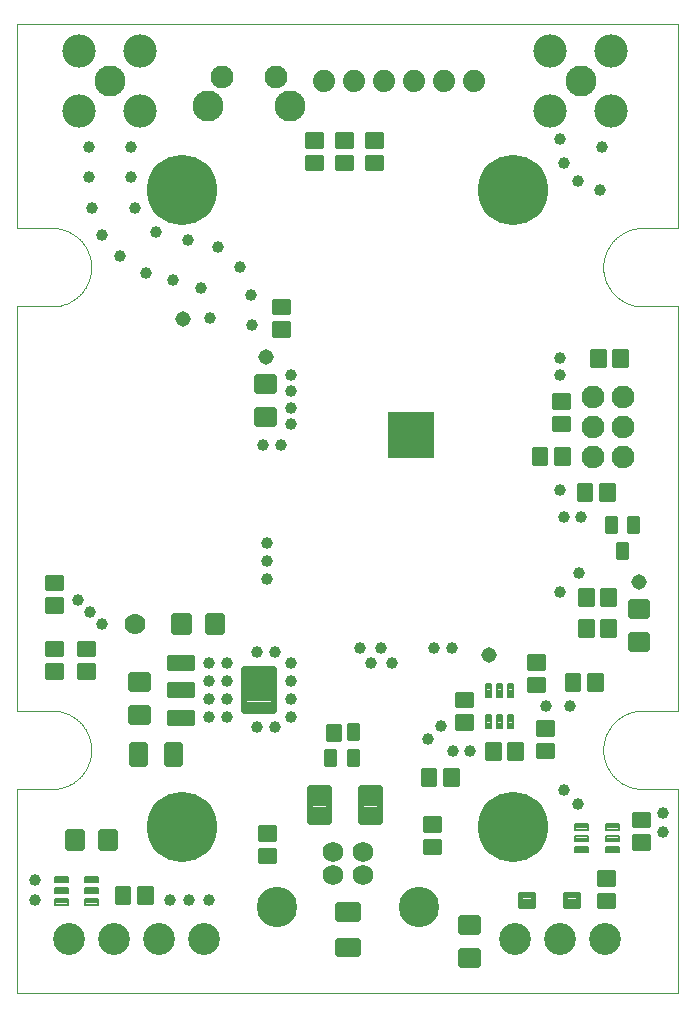
<source format=gbs>
G75*
%MOIN*%
%OFA0B0*%
%FSLAX25Y25*%
%IPPOS*%
%LPD*%
%AMOC8*
5,1,8,0,0,1.08239X$1,22.5*
%
%ADD10C,0.00000*%
%ADD11C,0.23400*%
%ADD12C,0.01301*%
%ADD13C,0.01655*%
%ADD14C,0.13455*%
%ADD15C,0.06920*%
%ADD16C,0.01537*%
%ADD17C,0.02010*%
%ADD18C,0.01560*%
%ADD19C,0.02076*%
%ADD20C,0.02098*%
%ADD21C,0.01892*%
%ADD22C,0.10636*%
%ADD23C,0.00770*%
%ADD24C,0.10306*%
%ADD25C,0.11093*%
%ADD26C,0.07600*%
%ADD27C,0.10300*%
%ADD28C,0.07400*%
%ADD29C,0.01774*%
%ADD30R,0.15424X0.15424*%
%ADD31C,0.03969*%
%ADD32C,0.05150*%
%ADD33C,0.07000*%
D10*
X0001400Y0025558D02*
X0001400Y0093471D01*
X0013231Y0093471D01*
X0013549Y0093475D01*
X0013867Y0093487D01*
X0014185Y0093506D01*
X0014502Y0093533D01*
X0014819Y0093568D01*
X0015134Y0093610D01*
X0015448Y0093660D01*
X0015762Y0093718D01*
X0016073Y0093784D01*
X0016383Y0093857D01*
X0016691Y0093937D01*
X0016997Y0094025D01*
X0017300Y0094121D01*
X0017602Y0094223D01*
X0017900Y0094333D01*
X0018196Y0094451D01*
X0018489Y0094575D01*
X0018779Y0094707D01*
X0019066Y0094845D01*
X0019349Y0094991D01*
X0019628Y0095143D01*
X0019904Y0095303D01*
X0020176Y0095468D01*
X0020443Y0095641D01*
X0020706Y0095820D01*
X0020965Y0096005D01*
X0021220Y0096196D01*
X0021469Y0096394D01*
X0021714Y0096598D01*
X0021954Y0096807D01*
X0022188Y0097022D01*
X0022417Y0097243D01*
X0022641Y0097470D01*
X0022859Y0097702D01*
X0023071Y0097939D01*
X0023278Y0098181D01*
X0023479Y0098428D01*
X0023673Y0098680D01*
X0023862Y0098937D01*
X0024044Y0099198D01*
X0024219Y0099463D01*
X0024388Y0099733D01*
X0024551Y0100007D01*
X0024707Y0100284D01*
X0024856Y0100565D01*
X0024998Y0100850D01*
X0025133Y0101138D01*
X0025261Y0101430D01*
X0025382Y0101724D01*
X0025495Y0102022D01*
X0025602Y0102322D01*
X0025701Y0102624D01*
X0025793Y0102929D01*
X0025877Y0103236D01*
X0025954Y0103545D01*
X0026023Y0103856D01*
X0026085Y0104168D01*
X0026139Y0104482D01*
X0026185Y0104796D01*
X0026224Y0105112D01*
X0026255Y0105429D01*
X0026278Y0105747D01*
X0026293Y0106065D01*
X0026301Y0106383D01*
X0026301Y0106701D01*
X0026293Y0107019D01*
X0026278Y0107337D01*
X0026255Y0107655D01*
X0026224Y0107972D01*
X0026185Y0108288D01*
X0026139Y0108602D01*
X0026085Y0108916D01*
X0026023Y0109228D01*
X0025954Y0109539D01*
X0025877Y0109848D01*
X0025793Y0110155D01*
X0025701Y0110460D01*
X0025602Y0110762D01*
X0025495Y0111062D01*
X0025382Y0111360D01*
X0025261Y0111654D01*
X0025133Y0111946D01*
X0024998Y0112234D01*
X0024856Y0112519D01*
X0024707Y0112800D01*
X0024551Y0113078D01*
X0024388Y0113351D01*
X0024219Y0113621D01*
X0024044Y0113886D01*
X0023862Y0114147D01*
X0023673Y0114404D01*
X0023479Y0114656D01*
X0023278Y0114903D01*
X0023071Y0115145D01*
X0022859Y0115382D01*
X0022641Y0115614D01*
X0022417Y0115841D01*
X0022188Y0116062D01*
X0021954Y0116277D01*
X0021714Y0116486D01*
X0021469Y0116690D01*
X0021220Y0116888D01*
X0020965Y0117079D01*
X0020706Y0117264D01*
X0020443Y0117443D01*
X0020176Y0117616D01*
X0019904Y0117781D01*
X0019628Y0117941D01*
X0019349Y0118093D01*
X0019066Y0118239D01*
X0018779Y0118377D01*
X0018489Y0118509D01*
X0018196Y0118633D01*
X0017900Y0118751D01*
X0017602Y0118861D01*
X0017300Y0118963D01*
X0016997Y0119059D01*
X0016691Y0119147D01*
X0016383Y0119227D01*
X0016073Y0119300D01*
X0015762Y0119366D01*
X0015448Y0119424D01*
X0015134Y0119474D01*
X0014819Y0119516D01*
X0014502Y0119551D01*
X0014185Y0119578D01*
X0013867Y0119597D01*
X0013549Y0119609D01*
X0013231Y0119613D01*
X0001400Y0119613D01*
X0001400Y0254337D01*
X0013231Y0254337D01*
X0013549Y0254341D01*
X0013867Y0254353D01*
X0014185Y0254372D01*
X0014502Y0254399D01*
X0014819Y0254434D01*
X0015134Y0254476D01*
X0015448Y0254526D01*
X0015762Y0254584D01*
X0016073Y0254650D01*
X0016383Y0254723D01*
X0016691Y0254803D01*
X0016997Y0254891D01*
X0017300Y0254987D01*
X0017602Y0255089D01*
X0017900Y0255199D01*
X0018196Y0255317D01*
X0018489Y0255441D01*
X0018779Y0255573D01*
X0019066Y0255711D01*
X0019349Y0255857D01*
X0019628Y0256009D01*
X0019904Y0256169D01*
X0020176Y0256334D01*
X0020443Y0256507D01*
X0020706Y0256686D01*
X0020965Y0256871D01*
X0021220Y0257062D01*
X0021469Y0257260D01*
X0021714Y0257464D01*
X0021954Y0257673D01*
X0022188Y0257888D01*
X0022417Y0258109D01*
X0022641Y0258336D01*
X0022859Y0258568D01*
X0023071Y0258805D01*
X0023278Y0259047D01*
X0023479Y0259294D01*
X0023673Y0259546D01*
X0023862Y0259803D01*
X0024044Y0260064D01*
X0024219Y0260329D01*
X0024388Y0260599D01*
X0024551Y0260873D01*
X0024707Y0261150D01*
X0024856Y0261431D01*
X0024998Y0261716D01*
X0025133Y0262004D01*
X0025261Y0262296D01*
X0025382Y0262590D01*
X0025495Y0262888D01*
X0025602Y0263188D01*
X0025701Y0263490D01*
X0025793Y0263795D01*
X0025877Y0264102D01*
X0025954Y0264411D01*
X0026023Y0264722D01*
X0026085Y0265034D01*
X0026139Y0265348D01*
X0026185Y0265662D01*
X0026224Y0265978D01*
X0026255Y0266295D01*
X0026278Y0266613D01*
X0026293Y0266931D01*
X0026301Y0267249D01*
X0026301Y0267567D01*
X0026293Y0267885D01*
X0026278Y0268203D01*
X0026255Y0268521D01*
X0026224Y0268838D01*
X0026185Y0269154D01*
X0026139Y0269468D01*
X0026085Y0269782D01*
X0026023Y0270094D01*
X0025954Y0270405D01*
X0025877Y0270714D01*
X0025793Y0271021D01*
X0025701Y0271326D01*
X0025602Y0271628D01*
X0025495Y0271928D01*
X0025382Y0272226D01*
X0025261Y0272520D01*
X0025133Y0272812D01*
X0024998Y0273100D01*
X0024856Y0273385D01*
X0024707Y0273666D01*
X0024551Y0273944D01*
X0024388Y0274217D01*
X0024219Y0274487D01*
X0024044Y0274752D01*
X0023862Y0275013D01*
X0023673Y0275270D01*
X0023479Y0275522D01*
X0023278Y0275769D01*
X0023071Y0276011D01*
X0022859Y0276248D01*
X0022641Y0276480D01*
X0022417Y0276707D01*
X0022188Y0276928D01*
X0021954Y0277143D01*
X0021714Y0277352D01*
X0021469Y0277556D01*
X0021220Y0277754D01*
X0020965Y0277945D01*
X0020706Y0278130D01*
X0020443Y0278309D01*
X0020176Y0278482D01*
X0019904Y0278647D01*
X0019628Y0278807D01*
X0019349Y0278959D01*
X0019066Y0279105D01*
X0018779Y0279243D01*
X0018489Y0279375D01*
X0018196Y0279499D01*
X0017900Y0279617D01*
X0017602Y0279727D01*
X0017300Y0279829D01*
X0016997Y0279925D01*
X0016691Y0280013D01*
X0016383Y0280093D01*
X0016073Y0280166D01*
X0015762Y0280232D01*
X0015448Y0280290D01*
X0015134Y0280340D01*
X0014819Y0280382D01*
X0014502Y0280417D01*
X0014185Y0280444D01*
X0013867Y0280463D01*
X0013549Y0280475D01*
X0013231Y0280479D01*
X0001400Y0280479D01*
X0001400Y0348392D01*
X0221872Y0348392D01*
X0221872Y0280479D01*
X0210042Y0280479D01*
X0209724Y0280475D01*
X0209406Y0280463D01*
X0209088Y0280444D01*
X0208771Y0280417D01*
X0208454Y0280382D01*
X0208139Y0280340D01*
X0207825Y0280290D01*
X0207511Y0280232D01*
X0207200Y0280166D01*
X0206890Y0280093D01*
X0206582Y0280013D01*
X0206276Y0279925D01*
X0205973Y0279829D01*
X0205671Y0279727D01*
X0205373Y0279617D01*
X0205077Y0279499D01*
X0204784Y0279375D01*
X0204494Y0279243D01*
X0204207Y0279105D01*
X0203924Y0278959D01*
X0203645Y0278807D01*
X0203369Y0278647D01*
X0203097Y0278482D01*
X0202830Y0278309D01*
X0202567Y0278130D01*
X0202308Y0277945D01*
X0202053Y0277754D01*
X0201804Y0277556D01*
X0201559Y0277352D01*
X0201319Y0277143D01*
X0201085Y0276928D01*
X0200856Y0276707D01*
X0200632Y0276480D01*
X0200414Y0276248D01*
X0200202Y0276011D01*
X0199995Y0275769D01*
X0199794Y0275522D01*
X0199600Y0275270D01*
X0199411Y0275013D01*
X0199229Y0274752D01*
X0199054Y0274487D01*
X0198885Y0274217D01*
X0198722Y0273944D01*
X0198566Y0273666D01*
X0198417Y0273385D01*
X0198275Y0273100D01*
X0198140Y0272812D01*
X0198012Y0272520D01*
X0197891Y0272226D01*
X0197778Y0271928D01*
X0197671Y0271628D01*
X0197572Y0271326D01*
X0197480Y0271021D01*
X0197396Y0270714D01*
X0197319Y0270405D01*
X0197250Y0270094D01*
X0197188Y0269782D01*
X0197134Y0269468D01*
X0197088Y0269154D01*
X0197049Y0268838D01*
X0197018Y0268521D01*
X0196995Y0268203D01*
X0196980Y0267885D01*
X0196972Y0267567D01*
X0196972Y0267249D01*
X0196980Y0266931D01*
X0196995Y0266613D01*
X0197018Y0266295D01*
X0197049Y0265978D01*
X0197088Y0265662D01*
X0197134Y0265348D01*
X0197188Y0265034D01*
X0197250Y0264722D01*
X0197319Y0264411D01*
X0197396Y0264102D01*
X0197480Y0263795D01*
X0197572Y0263490D01*
X0197671Y0263188D01*
X0197778Y0262888D01*
X0197891Y0262590D01*
X0198012Y0262296D01*
X0198140Y0262004D01*
X0198275Y0261716D01*
X0198417Y0261431D01*
X0198566Y0261150D01*
X0198722Y0260872D01*
X0198885Y0260599D01*
X0199054Y0260329D01*
X0199229Y0260064D01*
X0199411Y0259803D01*
X0199600Y0259546D01*
X0199794Y0259294D01*
X0199995Y0259047D01*
X0200202Y0258805D01*
X0200414Y0258568D01*
X0200632Y0258336D01*
X0200856Y0258109D01*
X0201085Y0257888D01*
X0201319Y0257673D01*
X0201559Y0257464D01*
X0201804Y0257260D01*
X0202053Y0257062D01*
X0202308Y0256871D01*
X0202567Y0256686D01*
X0202830Y0256507D01*
X0203097Y0256334D01*
X0203369Y0256169D01*
X0203645Y0256009D01*
X0203924Y0255857D01*
X0204207Y0255711D01*
X0204494Y0255573D01*
X0204784Y0255441D01*
X0205077Y0255317D01*
X0205373Y0255199D01*
X0205671Y0255089D01*
X0205973Y0254987D01*
X0206276Y0254891D01*
X0206582Y0254803D01*
X0206890Y0254723D01*
X0207200Y0254650D01*
X0207511Y0254584D01*
X0207825Y0254526D01*
X0208139Y0254476D01*
X0208454Y0254434D01*
X0208771Y0254399D01*
X0209088Y0254372D01*
X0209406Y0254353D01*
X0209724Y0254341D01*
X0210042Y0254337D01*
X0221872Y0254337D01*
X0221872Y0119613D01*
X0210042Y0119613D01*
X0209724Y0119609D01*
X0209406Y0119597D01*
X0209088Y0119578D01*
X0208771Y0119551D01*
X0208454Y0119516D01*
X0208139Y0119474D01*
X0207825Y0119424D01*
X0207511Y0119366D01*
X0207200Y0119300D01*
X0206890Y0119227D01*
X0206582Y0119147D01*
X0206276Y0119059D01*
X0205973Y0118963D01*
X0205671Y0118861D01*
X0205373Y0118751D01*
X0205077Y0118633D01*
X0204784Y0118509D01*
X0204494Y0118377D01*
X0204207Y0118239D01*
X0203924Y0118093D01*
X0203645Y0117941D01*
X0203369Y0117781D01*
X0203097Y0117616D01*
X0202830Y0117443D01*
X0202567Y0117264D01*
X0202308Y0117079D01*
X0202053Y0116888D01*
X0201804Y0116690D01*
X0201559Y0116486D01*
X0201319Y0116277D01*
X0201085Y0116062D01*
X0200856Y0115841D01*
X0200632Y0115614D01*
X0200414Y0115382D01*
X0200202Y0115145D01*
X0199995Y0114903D01*
X0199794Y0114656D01*
X0199600Y0114404D01*
X0199411Y0114147D01*
X0199229Y0113886D01*
X0199054Y0113621D01*
X0198885Y0113351D01*
X0198722Y0113077D01*
X0198566Y0112800D01*
X0198417Y0112519D01*
X0198275Y0112234D01*
X0198140Y0111946D01*
X0198012Y0111654D01*
X0197891Y0111360D01*
X0197778Y0111062D01*
X0197671Y0110762D01*
X0197572Y0110460D01*
X0197480Y0110155D01*
X0197396Y0109848D01*
X0197319Y0109539D01*
X0197250Y0109228D01*
X0197188Y0108916D01*
X0197134Y0108602D01*
X0197088Y0108288D01*
X0197049Y0107972D01*
X0197018Y0107655D01*
X0196995Y0107337D01*
X0196980Y0107019D01*
X0196972Y0106701D01*
X0196972Y0106383D01*
X0196980Y0106065D01*
X0196995Y0105747D01*
X0197018Y0105429D01*
X0197049Y0105112D01*
X0197088Y0104796D01*
X0197134Y0104482D01*
X0197188Y0104168D01*
X0197250Y0103856D01*
X0197319Y0103545D01*
X0197396Y0103236D01*
X0197480Y0102929D01*
X0197572Y0102624D01*
X0197671Y0102322D01*
X0197778Y0102022D01*
X0197891Y0101724D01*
X0198012Y0101430D01*
X0198140Y0101138D01*
X0198275Y0100850D01*
X0198417Y0100565D01*
X0198566Y0100284D01*
X0198722Y0100006D01*
X0198885Y0099733D01*
X0199054Y0099463D01*
X0199229Y0099198D01*
X0199411Y0098937D01*
X0199600Y0098680D01*
X0199794Y0098428D01*
X0199995Y0098181D01*
X0200202Y0097939D01*
X0200414Y0097702D01*
X0200632Y0097470D01*
X0200856Y0097243D01*
X0201085Y0097022D01*
X0201319Y0096807D01*
X0201559Y0096598D01*
X0201804Y0096394D01*
X0202053Y0096196D01*
X0202308Y0096005D01*
X0202567Y0095820D01*
X0202830Y0095641D01*
X0203097Y0095468D01*
X0203369Y0095303D01*
X0203645Y0095143D01*
X0203924Y0094991D01*
X0204207Y0094845D01*
X0204494Y0094707D01*
X0204784Y0094575D01*
X0205077Y0094451D01*
X0205373Y0094333D01*
X0205671Y0094223D01*
X0205973Y0094121D01*
X0206276Y0094025D01*
X0206582Y0093937D01*
X0206890Y0093857D01*
X0207200Y0093784D01*
X0207511Y0093718D01*
X0207825Y0093660D01*
X0208139Y0093610D01*
X0208454Y0093568D01*
X0208771Y0093533D01*
X0209088Y0093506D01*
X0209406Y0093487D01*
X0209724Y0093475D01*
X0210042Y0093471D01*
X0221872Y0093471D01*
X0221872Y0025558D01*
X0001400Y0025558D01*
D11*
X0056518Y0080676D03*
X0166754Y0080676D03*
X0166754Y0293274D03*
X0056518Y0293274D03*
D12*
X0112122Y0110082D02*
X0115158Y0110082D01*
X0112122Y0110082D02*
X0112122Y0114694D01*
X0115158Y0114694D01*
X0115158Y0110082D01*
X0115158Y0111382D02*
X0112122Y0111382D01*
X0112122Y0112682D02*
X0115158Y0112682D01*
X0115158Y0113982D02*
X0112122Y0113982D01*
X0112122Y0101421D02*
X0115158Y0101421D01*
X0112122Y0101421D02*
X0112122Y0106033D01*
X0115158Y0106033D01*
X0115158Y0101421D01*
X0115158Y0102721D02*
X0112122Y0102721D01*
X0112122Y0104021D02*
X0115158Y0104021D01*
X0115158Y0105321D02*
X0112122Y0105321D01*
X0107678Y0101421D02*
X0104642Y0101421D01*
X0104642Y0106033D01*
X0107678Y0106033D01*
X0107678Y0101421D01*
X0107678Y0102721D02*
X0104642Y0102721D01*
X0104642Y0104021D02*
X0107678Y0104021D01*
X0107678Y0105321D02*
X0104642Y0105321D01*
X0198142Y0179082D02*
X0201178Y0179082D01*
X0198142Y0179082D02*
X0198142Y0183694D01*
X0201178Y0183694D01*
X0201178Y0179082D01*
X0201178Y0180382D02*
X0198142Y0180382D01*
X0198142Y0181682D02*
X0201178Y0181682D01*
X0201178Y0182982D02*
X0198142Y0182982D01*
X0205622Y0179082D02*
X0208658Y0179082D01*
X0205622Y0179082D02*
X0205622Y0183694D01*
X0208658Y0183694D01*
X0208658Y0179082D01*
X0208658Y0180382D02*
X0205622Y0180382D01*
X0205622Y0181682D02*
X0208658Y0181682D01*
X0208658Y0182982D02*
X0205622Y0182982D01*
X0204918Y0170421D02*
X0201882Y0170421D01*
X0201882Y0175033D01*
X0204918Y0175033D01*
X0204918Y0170421D01*
X0204918Y0171721D02*
X0201882Y0171721D01*
X0201882Y0173021D02*
X0204918Y0173021D01*
X0204918Y0174321D02*
X0201882Y0174321D01*
D13*
X0200572Y0159884D02*
X0196708Y0159884D01*
X0200572Y0159884D02*
X0200572Y0155232D01*
X0196708Y0155232D01*
X0196708Y0159884D01*
X0196708Y0156886D02*
X0200572Y0156886D01*
X0200572Y0158540D02*
X0196708Y0158540D01*
X0193092Y0159884D02*
X0189228Y0159884D01*
X0193092Y0159884D02*
X0193092Y0155232D01*
X0189228Y0155232D01*
X0189228Y0159884D01*
X0189228Y0156886D02*
X0193092Y0156886D01*
X0193092Y0158540D02*
X0189228Y0158540D01*
X0189228Y0144732D02*
X0193092Y0144732D01*
X0189228Y0144732D02*
X0189228Y0149384D01*
X0193092Y0149384D01*
X0193092Y0144732D01*
X0193092Y0146386D02*
X0189228Y0146386D01*
X0189228Y0148040D02*
X0193092Y0148040D01*
X0196708Y0144732D02*
X0200572Y0144732D01*
X0196708Y0144732D02*
X0196708Y0149384D01*
X0200572Y0149384D01*
X0200572Y0144732D01*
X0200572Y0146386D02*
X0196708Y0146386D01*
X0196708Y0148040D02*
X0200572Y0148040D01*
X0196072Y0126732D02*
X0192208Y0126732D01*
X0192208Y0131384D01*
X0196072Y0131384D01*
X0196072Y0126732D01*
X0196072Y0128386D02*
X0192208Y0128386D01*
X0192208Y0130040D02*
X0196072Y0130040D01*
X0188592Y0126732D02*
X0184728Y0126732D01*
X0184728Y0131384D01*
X0188592Y0131384D01*
X0188592Y0126732D01*
X0188592Y0128386D02*
X0184728Y0128386D01*
X0184728Y0130040D02*
X0188592Y0130040D01*
X0179726Y0115730D02*
X0179726Y0111866D01*
X0175074Y0111866D01*
X0175074Y0115730D01*
X0179726Y0115730D01*
X0179726Y0113520D02*
X0175074Y0113520D01*
X0175074Y0115174D02*
X0179726Y0115174D01*
X0179726Y0108250D02*
X0179726Y0104386D01*
X0175074Y0104386D01*
X0175074Y0108250D01*
X0179726Y0108250D01*
X0179726Y0106040D02*
X0175074Y0106040D01*
X0175074Y0107694D02*
X0179726Y0107694D01*
X0169572Y0108384D02*
X0165708Y0108384D01*
X0169572Y0108384D02*
X0169572Y0103732D01*
X0165708Y0103732D01*
X0165708Y0108384D01*
X0165708Y0105386D02*
X0169572Y0105386D01*
X0169572Y0107040D02*
X0165708Y0107040D01*
X0162092Y0108384D02*
X0158228Y0108384D01*
X0162092Y0108384D02*
X0162092Y0103732D01*
X0158228Y0103732D01*
X0158228Y0108384D01*
X0158228Y0105386D02*
X0162092Y0105386D01*
X0162092Y0107040D02*
X0158228Y0107040D01*
X0148074Y0113886D02*
X0148074Y0117750D01*
X0152726Y0117750D01*
X0152726Y0113886D01*
X0148074Y0113886D01*
X0148074Y0115540D02*
X0152726Y0115540D01*
X0152726Y0117194D02*
X0148074Y0117194D01*
X0148074Y0121366D02*
X0148074Y0125230D01*
X0152726Y0125230D01*
X0152726Y0121366D01*
X0148074Y0121366D01*
X0148074Y0123020D02*
X0152726Y0123020D01*
X0152726Y0124674D02*
X0148074Y0124674D01*
X0148072Y0095232D02*
X0144208Y0095232D01*
X0144208Y0099884D01*
X0148072Y0099884D01*
X0148072Y0095232D01*
X0148072Y0096886D02*
X0144208Y0096886D01*
X0144208Y0098540D02*
X0148072Y0098540D01*
X0140592Y0095232D02*
X0136728Y0095232D01*
X0136728Y0099884D01*
X0140592Y0099884D01*
X0140592Y0095232D01*
X0140592Y0096886D02*
X0136728Y0096886D01*
X0136728Y0098540D02*
X0140592Y0098540D01*
X0137574Y0083730D02*
X0137574Y0079866D01*
X0137574Y0083730D02*
X0142226Y0083730D01*
X0142226Y0079866D01*
X0137574Y0079866D01*
X0137574Y0081520D02*
X0142226Y0081520D01*
X0142226Y0083174D02*
X0137574Y0083174D01*
X0137574Y0076250D02*
X0137574Y0072386D01*
X0137574Y0076250D02*
X0142226Y0076250D01*
X0142226Y0072386D01*
X0137574Y0072386D01*
X0137574Y0074040D02*
X0142226Y0074040D01*
X0142226Y0075694D02*
X0137574Y0075694D01*
X0172074Y0126386D02*
X0172074Y0130250D01*
X0176726Y0130250D01*
X0176726Y0126386D01*
X0172074Y0126386D01*
X0172074Y0128040D02*
X0176726Y0128040D01*
X0176726Y0129694D02*
X0172074Y0129694D01*
X0172074Y0133866D02*
X0172074Y0137730D01*
X0176726Y0137730D01*
X0176726Y0133866D01*
X0172074Y0133866D01*
X0172074Y0135520D02*
X0176726Y0135520D01*
X0176726Y0137174D02*
X0172074Y0137174D01*
X0188728Y0194884D02*
X0192592Y0194884D01*
X0192592Y0190232D01*
X0188728Y0190232D01*
X0188728Y0194884D01*
X0188728Y0191886D02*
X0192592Y0191886D01*
X0192592Y0193540D02*
X0188728Y0193540D01*
X0185072Y0202232D02*
X0181208Y0202232D01*
X0181208Y0206884D01*
X0185072Y0206884D01*
X0185072Y0202232D01*
X0185072Y0203886D02*
X0181208Y0203886D01*
X0181208Y0205540D02*
X0185072Y0205540D01*
X0180574Y0213386D02*
X0180574Y0217250D01*
X0185226Y0217250D01*
X0185226Y0213386D01*
X0180574Y0213386D01*
X0180574Y0215040D02*
X0185226Y0215040D01*
X0185226Y0216694D02*
X0180574Y0216694D01*
X0180574Y0220866D02*
X0180574Y0224730D01*
X0185226Y0224730D01*
X0185226Y0220866D01*
X0180574Y0220866D01*
X0180574Y0222520D02*
X0185226Y0222520D01*
X0185226Y0224174D02*
X0180574Y0224174D01*
X0177592Y0202232D02*
X0173728Y0202232D01*
X0173728Y0206884D01*
X0177592Y0206884D01*
X0177592Y0202232D01*
X0177592Y0203886D02*
X0173728Y0203886D01*
X0173728Y0205540D02*
X0177592Y0205540D01*
X0193228Y0239384D02*
X0197092Y0239384D01*
X0197092Y0234732D01*
X0193228Y0234732D01*
X0193228Y0239384D01*
X0193228Y0236386D02*
X0197092Y0236386D01*
X0197092Y0238040D02*
X0193228Y0238040D01*
X0200708Y0239384D02*
X0204572Y0239384D01*
X0204572Y0234732D01*
X0200708Y0234732D01*
X0200708Y0239384D01*
X0200708Y0236386D02*
X0204572Y0236386D01*
X0204572Y0238040D02*
X0200708Y0238040D01*
X0200072Y0194884D02*
X0196208Y0194884D01*
X0200072Y0194884D02*
X0200072Y0190232D01*
X0196208Y0190232D01*
X0196208Y0194884D01*
X0196208Y0191886D02*
X0200072Y0191886D01*
X0200072Y0193540D02*
X0196208Y0193540D01*
X0211726Y0085230D02*
X0211726Y0081366D01*
X0207074Y0081366D01*
X0207074Y0085230D01*
X0211726Y0085230D01*
X0211726Y0083020D02*
X0207074Y0083020D01*
X0207074Y0084674D02*
X0211726Y0084674D01*
X0211726Y0077750D02*
X0211726Y0073886D01*
X0207074Y0073886D01*
X0207074Y0077750D01*
X0211726Y0077750D01*
X0211726Y0075540D02*
X0207074Y0075540D01*
X0207074Y0077194D02*
X0211726Y0077194D01*
X0195574Y0065730D02*
X0195574Y0061866D01*
X0195574Y0065730D02*
X0200226Y0065730D01*
X0200226Y0061866D01*
X0195574Y0061866D01*
X0195574Y0063520D02*
X0200226Y0063520D01*
X0200226Y0065174D02*
X0195574Y0065174D01*
X0195574Y0058250D02*
X0195574Y0054386D01*
X0195574Y0058250D02*
X0200226Y0058250D01*
X0200226Y0054386D01*
X0195574Y0054386D01*
X0195574Y0056040D02*
X0200226Y0056040D01*
X0200226Y0057694D02*
X0195574Y0057694D01*
X0087074Y0244886D02*
X0087074Y0248750D01*
X0091726Y0248750D01*
X0091726Y0244886D01*
X0087074Y0244886D01*
X0087074Y0246540D02*
X0091726Y0246540D01*
X0091726Y0248194D02*
X0087074Y0248194D01*
X0087074Y0252366D02*
X0087074Y0256230D01*
X0091726Y0256230D01*
X0091726Y0252366D01*
X0087074Y0252366D01*
X0087074Y0254020D02*
X0091726Y0254020D01*
X0091726Y0255674D02*
X0087074Y0255674D01*
X0098074Y0300386D02*
X0098074Y0304250D01*
X0102726Y0304250D01*
X0102726Y0300386D01*
X0098074Y0300386D01*
X0098074Y0302040D02*
X0102726Y0302040D01*
X0102726Y0303694D02*
X0098074Y0303694D01*
X0098074Y0307866D02*
X0098074Y0311730D01*
X0102726Y0311730D01*
X0102726Y0307866D01*
X0098074Y0307866D01*
X0098074Y0309520D02*
X0102726Y0309520D01*
X0102726Y0311174D02*
X0098074Y0311174D01*
X0108074Y0311730D02*
X0108074Y0307866D01*
X0108074Y0311730D02*
X0112726Y0311730D01*
X0112726Y0307866D01*
X0108074Y0307866D01*
X0108074Y0309520D02*
X0112726Y0309520D01*
X0112726Y0311174D02*
X0108074Y0311174D01*
X0108074Y0304250D02*
X0108074Y0300386D01*
X0108074Y0304250D02*
X0112726Y0304250D01*
X0112726Y0300386D01*
X0108074Y0300386D01*
X0108074Y0302040D02*
X0112726Y0302040D01*
X0112726Y0303694D02*
X0108074Y0303694D01*
X0118074Y0304250D02*
X0118074Y0300386D01*
X0118074Y0304250D02*
X0122726Y0304250D01*
X0122726Y0300386D01*
X0118074Y0300386D01*
X0118074Y0302040D02*
X0122726Y0302040D01*
X0122726Y0303694D02*
X0118074Y0303694D01*
X0118074Y0307866D02*
X0118074Y0311730D01*
X0122726Y0311730D01*
X0122726Y0307866D01*
X0118074Y0307866D01*
X0118074Y0309520D02*
X0122726Y0309520D01*
X0122726Y0311174D02*
X0118074Y0311174D01*
X0022074Y0142230D02*
X0022074Y0138366D01*
X0022074Y0142230D02*
X0026726Y0142230D01*
X0026726Y0138366D01*
X0022074Y0138366D01*
X0022074Y0140020D02*
X0026726Y0140020D01*
X0026726Y0141674D02*
X0022074Y0141674D01*
X0022074Y0134750D02*
X0022074Y0130886D01*
X0022074Y0134750D02*
X0026726Y0134750D01*
X0026726Y0130886D01*
X0022074Y0130886D01*
X0022074Y0132540D02*
X0026726Y0132540D01*
X0026726Y0134194D02*
X0022074Y0134194D01*
X0011574Y0134750D02*
X0011574Y0130886D01*
X0011574Y0134750D02*
X0016226Y0134750D01*
X0016226Y0130886D01*
X0011574Y0130886D01*
X0011574Y0132540D02*
X0016226Y0132540D01*
X0016226Y0134194D02*
X0011574Y0134194D01*
X0011574Y0138366D02*
X0011574Y0142230D01*
X0016226Y0142230D01*
X0016226Y0138366D01*
X0011574Y0138366D01*
X0011574Y0140020D02*
X0016226Y0140020D01*
X0016226Y0141674D02*
X0011574Y0141674D01*
X0016226Y0152886D02*
X0016226Y0156750D01*
X0016226Y0152886D02*
X0011574Y0152886D01*
X0011574Y0156750D01*
X0016226Y0156750D01*
X0016226Y0154540D02*
X0011574Y0154540D01*
X0011574Y0156194D02*
X0016226Y0156194D01*
X0016226Y0160366D02*
X0016226Y0164230D01*
X0016226Y0160366D02*
X0011574Y0160366D01*
X0011574Y0164230D01*
X0016226Y0164230D01*
X0016226Y0162020D02*
X0011574Y0162020D01*
X0011574Y0163674D02*
X0016226Y0163674D01*
X0034728Y0055732D02*
X0038592Y0055732D01*
X0034728Y0055732D02*
X0034728Y0060384D01*
X0038592Y0060384D01*
X0038592Y0055732D01*
X0038592Y0057386D02*
X0034728Y0057386D01*
X0034728Y0059040D02*
X0038592Y0059040D01*
X0042208Y0055732D02*
X0046072Y0055732D01*
X0042208Y0055732D02*
X0042208Y0060384D01*
X0046072Y0060384D01*
X0046072Y0055732D01*
X0046072Y0057386D02*
X0042208Y0057386D01*
X0042208Y0059040D02*
X0046072Y0059040D01*
X0087226Y0069386D02*
X0087226Y0073250D01*
X0087226Y0069386D02*
X0082574Y0069386D01*
X0082574Y0073250D01*
X0087226Y0073250D01*
X0087226Y0071040D02*
X0082574Y0071040D01*
X0082574Y0072694D02*
X0087226Y0072694D01*
X0087226Y0076866D02*
X0087226Y0080730D01*
X0087226Y0076866D02*
X0082574Y0076866D01*
X0082574Y0080730D01*
X0087226Y0080730D01*
X0087226Y0078520D02*
X0082574Y0078520D01*
X0082574Y0080174D02*
X0087226Y0080174D01*
D14*
X0088199Y0054058D03*
X0135601Y0054058D03*
D15*
X0116821Y0064727D03*
X0116821Y0072601D03*
X0106979Y0072601D03*
X0106979Y0064727D03*
D16*
X0108741Y0110200D02*
X0105153Y0110200D01*
X0105153Y0114576D01*
X0108741Y0114576D01*
X0108741Y0110200D01*
X0108741Y0111736D02*
X0105153Y0111736D01*
X0105153Y0113272D02*
X0108741Y0113272D01*
D17*
X0069756Y0145820D02*
X0065068Y0145820D01*
X0065068Y0151296D01*
X0069756Y0151296D01*
X0069756Y0145820D01*
X0069756Y0147829D02*
X0065068Y0147829D01*
X0065068Y0149838D02*
X0069756Y0149838D01*
X0058732Y0145820D02*
X0054044Y0145820D01*
X0054044Y0151296D01*
X0058732Y0151296D01*
X0058732Y0145820D01*
X0058732Y0147829D02*
X0054044Y0147829D01*
X0054044Y0149838D02*
X0058732Y0149838D01*
X0045138Y0131414D02*
X0045138Y0126726D01*
X0039662Y0126726D01*
X0039662Y0131414D01*
X0045138Y0131414D01*
X0045138Y0128735D02*
X0039662Y0128735D01*
X0039662Y0130744D02*
X0045138Y0130744D01*
X0045138Y0120390D02*
X0045138Y0115702D01*
X0039662Y0115702D01*
X0039662Y0120390D01*
X0045138Y0120390D01*
X0045138Y0117711D02*
X0039662Y0117711D01*
X0039662Y0119720D02*
X0045138Y0119720D01*
X0034256Y0073820D02*
X0029568Y0073820D01*
X0029568Y0079296D01*
X0034256Y0079296D01*
X0034256Y0073820D01*
X0034256Y0075829D02*
X0029568Y0075829D01*
X0029568Y0077838D02*
X0034256Y0077838D01*
X0023232Y0073820D02*
X0018544Y0073820D01*
X0018544Y0079296D01*
X0023232Y0079296D01*
X0023232Y0073820D01*
X0023232Y0075829D02*
X0018544Y0075829D01*
X0018544Y0077838D02*
X0023232Y0077838D01*
X0081662Y0215202D02*
X0081662Y0219890D01*
X0087138Y0219890D01*
X0087138Y0215202D01*
X0081662Y0215202D01*
X0081662Y0217211D02*
X0087138Y0217211D01*
X0087138Y0219220D02*
X0081662Y0219220D01*
X0081662Y0226226D02*
X0081662Y0230914D01*
X0087138Y0230914D01*
X0087138Y0226226D01*
X0081662Y0226226D01*
X0081662Y0228235D02*
X0087138Y0228235D01*
X0087138Y0230244D02*
X0081662Y0230244D01*
X0155138Y0050414D02*
X0155138Y0045726D01*
X0149662Y0045726D01*
X0149662Y0050414D01*
X0155138Y0050414D01*
X0155138Y0047735D02*
X0149662Y0047735D01*
X0149662Y0049744D02*
X0155138Y0049744D01*
X0155138Y0039390D02*
X0155138Y0034702D01*
X0149662Y0034702D01*
X0149662Y0039390D01*
X0155138Y0039390D01*
X0155138Y0036711D02*
X0149662Y0036711D01*
X0149662Y0038720D02*
X0155138Y0038720D01*
X0206162Y0140202D02*
X0206162Y0144890D01*
X0211638Y0144890D01*
X0211638Y0140202D01*
X0206162Y0140202D01*
X0206162Y0142211D02*
X0211638Y0142211D01*
X0211638Y0144220D02*
X0206162Y0144220D01*
X0206162Y0151226D02*
X0206162Y0155914D01*
X0211638Y0155914D01*
X0211638Y0151226D01*
X0206162Y0151226D01*
X0206162Y0153235D02*
X0211638Y0153235D01*
X0211638Y0155244D02*
X0206162Y0155244D01*
D18*
X0060020Y0137478D02*
X0060020Y0133838D01*
X0052380Y0133838D01*
X0052380Y0137478D01*
X0060020Y0137478D01*
X0060020Y0135397D02*
X0052380Y0135397D01*
X0052380Y0136956D02*
X0060020Y0136956D01*
X0060020Y0128378D02*
X0060020Y0124738D01*
X0052380Y0124738D01*
X0052380Y0128378D01*
X0060020Y0128378D01*
X0060020Y0126297D02*
X0052380Y0126297D01*
X0052380Y0127856D02*
X0060020Y0127856D01*
X0060020Y0119278D02*
X0060020Y0115638D01*
X0052380Y0115638D01*
X0052380Y0119278D01*
X0060020Y0119278D01*
X0060020Y0117197D02*
X0052380Y0117197D01*
X0052380Y0118756D02*
X0060020Y0118756D01*
D19*
X0087247Y0119522D02*
X0087247Y0133594D01*
X0087247Y0119522D02*
X0077113Y0119522D01*
X0077113Y0133594D01*
X0087247Y0133594D01*
X0087247Y0121597D02*
X0077113Y0121597D01*
X0077113Y0123672D02*
X0087247Y0123672D01*
X0087247Y0125747D02*
X0077113Y0125747D01*
X0077113Y0127822D02*
X0087247Y0127822D01*
X0087247Y0129897D02*
X0077113Y0129897D01*
X0077113Y0131972D02*
X0087247Y0131972D01*
D20*
X0105543Y0093705D02*
X0105543Y0082411D01*
X0099249Y0082411D01*
X0099249Y0093705D01*
X0105543Y0093705D01*
X0105543Y0084508D02*
X0099249Y0084508D01*
X0099249Y0086605D02*
X0105543Y0086605D01*
X0105543Y0088702D02*
X0099249Y0088702D01*
X0099249Y0090799D02*
X0105543Y0090799D01*
X0105543Y0092896D02*
X0099249Y0092896D01*
X0122551Y0093705D02*
X0122551Y0082411D01*
X0116257Y0082411D01*
X0116257Y0093705D01*
X0122551Y0093705D01*
X0122551Y0084508D02*
X0116257Y0084508D01*
X0116257Y0086605D02*
X0122551Y0086605D01*
X0122551Y0088702D02*
X0116257Y0088702D01*
X0116257Y0090799D02*
X0122551Y0090799D01*
X0122551Y0092896D02*
X0116257Y0092896D01*
D21*
X0115091Y0054670D02*
X0115091Y0050256D01*
X0108709Y0050256D01*
X0108709Y0054670D01*
X0115091Y0054670D01*
X0115091Y0052147D02*
X0108709Y0052147D01*
X0108709Y0054038D02*
X0115091Y0054038D01*
X0115091Y0042859D02*
X0115091Y0038445D01*
X0108709Y0038445D01*
X0108709Y0042859D01*
X0115091Y0042859D01*
X0115091Y0040336D02*
X0108709Y0040336D01*
X0108709Y0042227D02*
X0115091Y0042227D01*
X0056013Y0101867D02*
X0051599Y0101867D01*
X0051599Y0108249D01*
X0056013Y0108249D01*
X0056013Y0101867D01*
X0056013Y0103758D02*
X0051599Y0103758D01*
X0051599Y0105649D02*
X0056013Y0105649D01*
X0056013Y0107540D02*
X0051599Y0107540D01*
X0044201Y0101867D02*
X0039787Y0101867D01*
X0039787Y0108249D01*
X0044201Y0108249D01*
X0044201Y0101867D01*
X0044201Y0103758D02*
X0039787Y0103758D01*
X0039787Y0105649D02*
X0044201Y0105649D01*
X0044201Y0107540D02*
X0039787Y0107540D01*
D22*
X0033900Y0043558D03*
X0018900Y0043558D03*
X0048900Y0043558D03*
X0063900Y0043558D03*
X0167400Y0043558D03*
X0182400Y0043558D03*
X0197400Y0043558D03*
D23*
X0202195Y0072421D02*
X0202195Y0074215D01*
X0202195Y0072421D02*
X0197841Y0072421D01*
X0197841Y0074215D01*
X0202195Y0074215D01*
X0202195Y0073190D02*
X0197841Y0073190D01*
X0197841Y0073959D02*
X0202195Y0073959D01*
X0202195Y0076161D02*
X0202195Y0077955D01*
X0202195Y0076161D02*
X0197841Y0076161D01*
X0197841Y0077955D01*
X0202195Y0077955D01*
X0202195Y0076930D02*
X0197841Y0076930D01*
X0197841Y0077699D02*
X0202195Y0077699D01*
X0202195Y0079901D02*
X0202195Y0081695D01*
X0202195Y0079901D02*
X0197841Y0079901D01*
X0197841Y0081695D01*
X0202195Y0081695D01*
X0202195Y0080670D02*
X0197841Y0080670D01*
X0197841Y0081439D02*
X0202195Y0081439D01*
X0191959Y0081695D02*
X0191959Y0079901D01*
X0187605Y0079901D01*
X0187605Y0081695D01*
X0191959Y0081695D01*
X0191959Y0080670D02*
X0187605Y0080670D01*
X0187605Y0081439D02*
X0191959Y0081439D01*
X0191959Y0077955D02*
X0191959Y0076161D01*
X0187605Y0076161D01*
X0187605Y0077955D01*
X0191959Y0077955D01*
X0191959Y0076930D02*
X0187605Y0076930D01*
X0187605Y0077699D02*
X0191959Y0077699D01*
X0191959Y0074215D02*
X0191959Y0072421D01*
X0187605Y0072421D01*
X0187605Y0074215D01*
X0191959Y0074215D01*
X0191959Y0073190D02*
X0187605Y0073190D01*
X0187605Y0073959D02*
X0191959Y0073959D01*
X0167037Y0118117D02*
X0165243Y0118117D01*
X0167037Y0118117D02*
X0167037Y0113763D01*
X0165243Y0113763D01*
X0165243Y0118117D01*
X0165243Y0114532D02*
X0167037Y0114532D01*
X0167037Y0115301D02*
X0165243Y0115301D01*
X0165243Y0116070D02*
X0167037Y0116070D01*
X0167037Y0116839D02*
X0165243Y0116839D01*
X0165243Y0117608D02*
X0167037Y0117608D01*
X0167037Y0128353D02*
X0165243Y0128353D01*
X0167037Y0128353D02*
X0167037Y0123999D01*
X0165243Y0123999D01*
X0165243Y0128353D01*
X0165243Y0124768D02*
X0167037Y0124768D01*
X0167037Y0125537D02*
X0165243Y0125537D01*
X0165243Y0126306D02*
X0167037Y0126306D01*
X0167037Y0127075D02*
X0165243Y0127075D01*
X0165243Y0127844D02*
X0167037Y0127844D01*
X0163297Y0128353D02*
X0161503Y0128353D01*
X0163297Y0128353D02*
X0163297Y0123999D01*
X0161503Y0123999D01*
X0161503Y0128353D01*
X0161503Y0124768D02*
X0163297Y0124768D01*
X0163297Y0125537D02*
X0161503Y0125537D01*
X0161503Y0126306D02*
X0163297Y0126306D01*
X0163297Y0127075D02*
X0161503Y0127075D01*
X0161503Y0127844D02*
X0163297Y0127844D01*
X0159557Y0128353D02*
X0157763Y0128353D01*
X0159557Y0128353D02*
X0159557Y0123999D01*
X0157763Y0123999D01*
X0157763Y0128353D01*
X0157763Y0124768D02*
X0159557Y0124768D01*
X0159557Y0125537D02*
X0157763Y0125537D01*
X0157763Y0126306D02*
X0159557Y0126306D01*
X0159557Y0127075D02*
X0157763Y0127075D01*
X0157763Y0127844D02*
X0159557Y0127844D01*
X0159557Y0118117D02*
X0157763Y0118117D01*
X0159557Y0118117D02*
X0159557Y0113763D01*
X0157763Y0113763D01*
X0157763Y0118117D01*
X0157763Y0114532D02*
X0159557Y0114532D01*
X0159557Y0115301D02*
X0157763Y0115301D01*
X0157763Y0116070D02*
X0159557Y0116070D01*
X0159557Y0116839D02*
X0157763Y0116839D01*
X0157763Y0117608D02*
X0159557Y0117608D01*
X0161503Y0118117D02*
X0163297Y0118117D01*
X0163297Y0113763D01*
X0161503Y0113763D01*
X0161503Y0118117D01*
X0161503Y0114532D02*
X0163297Y0114532D01*
X0163297Y0115301D02*
X0161503Y0115301D01*
X0161503Y0116070D02*
X0163297Y0116070D01*
X0163297Y0116839D02*
X0161503Y0116839D01*
X0161503Y0117608D02*
X0163297Y0117608D01*
X0028695Y0064195D02*
X0028695Y0062401D01*
X0024341Y0062401D01*
X0024341Y0064195D01*
X0028695Y0064195D01*
X0028695Y0063170D02*
X0024341Y0063170D01*
X0024341Y0063939D02*
X0028695Y0063939D01*
X0028695Y0060455D02*
X0028695Y0058661D01*
X0024341Y0058661D01*
X0024341Y0060455D01*
X0028695Y0060455D01*
X0028695Y0059430D02*
X0024341Y0059430D01*
X0024341Y0060199D02*
X0028695Y0060199D01*
X0028695Y0056715D02*
X0028695Y0054921D01*
X0024341Y0054921D01*
X0024341Y0056715D01*
X0028695Y0056715D01*
X0028695Y0055690D02*
X0024341Y0055690D01*
X0024341Y0056459D02*
X0028695Y0056459D01*
X0018459Y0056715D02*
X0018459Y0054921D01*
X0014105Y0054921D01*
X0014105Y0056715D01*
X0018459Y0056715D01*
X0018459Y0055690D02*
X0014105Y0055690D01*
X0014105Y0056459D02*
X0018459Y0056459D01*
X0018459Y0058661D02*
X0018459Y0060455D01*
X0018459Y0058661D02*
X0014105Y0058661D01*
X0014105Y0060455D01*
X0018459Y0060455D01*
X0018459Y0059430D02*
X0014105Y0059430D01*
X0014105Y0060199D02*
X0018459Y0060199D01*
X0018459Y0062401D02*
X0018459Y0064195D01*
X0018459Y0062401D02*
X0014105Y0062401D01*
X0014105Y0064195D01*
X0018459Y0064195D01*
X0018459Y0063170D02*
X0014105Y0063170D01*
X0014105Y0063939D02*
X0018459Y0063939D01*
D24*
X0032400Y0329558D03*
X0189400Y0329558D03*
D25*
X0179361Y0339597D03*
X0179361Y0319519D03*
X0199439Y0319519D03*
X0199439Y0339597D03*
X0042439Y0339597D03*
X0042439Y0319519D03*
X0022361Y0319519D03*
X0022361Y0339597D03*
D26*
X0070000Y0330958D03*
X0087800Y0330958D03*
X0193400Y0224058D03*
X0193400Y0214058D03*
X0193400Y0204058D03*
X0203400Y0204058D03*
X0203400Y0214058D03*
X0203400Y0224058D03*
D27*
X0092700Y0321158D03*
X0065100Y0321158D03*
D28*
X0103900Y0329558D03*
X0113900Y0329558D03*
X0123900Y0329558D03*
X0133900Y0329558D03*
X0143900Y0329558D03*
X0153900Y0329558D03*
D29*
X0169351Y0054489D02*
X0173489Y0054489D01*
X0169351Y0054489D02*
X0169351Y0058627D01*
X0173489Y0058627D01*
X0173489Y0054489D01*
X0173489Y0056262D02*
X0169351Y0056262D01*
X0169351Y0058035D02*
X0173489Y0058035D01*
X0184311Y0054489D02*
X0188449Y0054489D01*
X0184311Y0054489D02*
X0184311Y0058627D01*
X0188449Y0058627D01*
X0188449Y0054489D01*
X0188449Y0056262D02*
X0184311Y0056262D01*
X0184311Y0058035D02*
X0188449Y0058035D01*
D30*
X0132900Y0211558D03*
D31*
X0092900Y0215058D03*
X0092900Y0220558D03*
X0092900Y0226058D03*
X0092900Y0231558D03*
X0079900Y0248058D03*
X0079400Y0258058D03*
X0075900Y0267558D03*
X0068400Y0274058D03*
X0058400Y0276558D03*
X0053400Y0263058D03*
X0062900Y0260558D03*
X0065900Y0250558D03*
X0047900Y0279058D03*
X0040900Y0287058D03*
X0039400Y0297558D03*
X0039400Y0307558D03*
X0026400Y0287058D03*
X0029900Y0278058D03*
X0035900Y0271058D03*
X0044400Y0265558D03*
X0025400Y0297558D03*
X0025400Y0307558D03*
X0083400Y0208058D03*
X0089400Y0208058D03*
X0084900Y0175558D03*
X0084900Y0169558D03*
X0084900Y0163558D03*
X0087400Y0139058D03*
X0092900Y0135558D03*
X0092900Y0129558D03*
X0092900Y0123558D03*
X0092900Y0117558D03*
X0087400Y0114058D03*
X0081400Y0114058D03*
X0071400Y0117558D03*
X0071400Y0123558D03*
X0071400Y0129558D03*
X0071400Y0135558D03*
X0065400Y0135558D03*
X0065400Y0129558D03*
X0065400Y0123558D03*
X0065400Y0117558D03*
X0081400Y0139058D03*
X0115900Y0140558D03*
X0119400Y0135558D03*
X0122900Y0140558D03*
X0126400Y0135558D03*
X0138400Y0110058D03*
X0142900Y0114558D03*
X0146900Y0106058D03*
X0152400Y0106058D03*
X0146400Y0140558D03*
X0140400Y0140558D03*
X0177900Y0121058D03*
X0185900Y0121058D03*
X0183900Y0093058D03*
X0188400Y0088558D03*
X0216900Y0085558D03*
X0216900Y0079058D03*
X0182400Y0159058D03*
X0188900Y0165558D03*
X0189400Y0184058D03*
X0183900Y0184058D03*
X0182400Y0193058D03*
X0182400Y0231558D03*
X0182400Y0237058D03*
X0195900Y0293058D03*
X0188400Y0296058D03*
X0183900Y0302058D03*
X0182400Y0310058D03*
X0196400Y0307558D03*
X0065400Y0056558D03*
X0058900Y0056558D03*
X0052400Y0056558D03*
X0007400Y0056558D03*
X0007400Y0063058D03*
X0029900Y0148558D03*
X0025900Y0152558D03*
X0021900Y0156558D03*
D32*
X0056900Y0250058D03*
X0084400Y0237558D03*
X0158900Y0138058D03*
X0208900Y0162558D03*
D33*
X0040900Y0148558D03*
M02*

</source>
